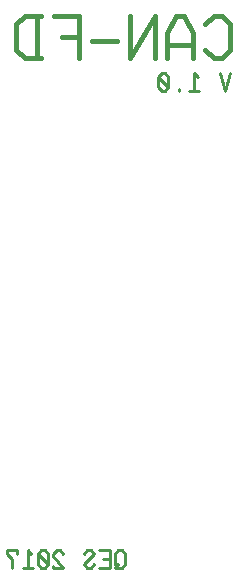
<source format=gbo>
G04 Generated by Ultiboard 14.1 *
%FSLAX24Y24*%
%MOIN*%

%ADD10C,0.0001*%
%ADD11C,0.0100*%
%ADD12C,0.0150*%


G04 ColorRGB FF14FF for the following layer *
%LNSilkscreen Bottom*%
%LPD*%
G54D10*
G54D11*
X11343Y536D02*
X11229Y421D01*
X11116Y421D01*
X11002Y536D01*
X11002Y879D01*
X11116Y993D01*
X11229Y993D01*
X11343Y879D01*
X11343Y536D01*
X11116Y536D02*
X11002Y421D01*
X10490Y421D02*
X10831Y421D01*
X10831Y707D01*
X10831Y993D01*
X10490Y993D01*
X10831Y707D02*
X10604Y707D01*
X10319Y536D02*
X10205Y421D01*
X10092Y421D01*
X9978Y536D01*
X10319Y879D01*
X10205Y993D01*
X10092Y993D01*
X9978Y879D01*
X9295Y879D02*
X9181Y993D01*
X9068Y993D01*
X8954Y879D01*
X8954Y821D01*
X9295Y421D01*
X8954Y421D01*
X8954Y479D01*
X8783Y879D02*
X8669Y993D01*
X8556Y993D01*
X8442Y879D01*
X8442Y536D01*
X8556Y421D01*
X8669Y421D01*
X8783Y536D01*
X8783Y879D01*
X8442Y879D02*
X8783Y536D01*
X8214Y879D02*
X8100Y993D01*
X8100Y421D01*
X8271Y421D02*
X7930Y421D01*
X7588Y421D02*
X7588Y707D01*
X7418Y879D01*
X7418Y993D01*
X7759Y993D01*
X7759Y879D01*
X14843Y16893D02*
X14672Y16321D01*
X14502Y16893D01*
X13762Y16779D02*
X13648Y16893D01*
X13648Y16321D01*
X13819Y16321D02*
X13478Y16321D01*
X13136Y16321D02*
X13136Y16379D01*
X12795Y16779D02*
X12681Y16893D01*
X12568Y16893D01*
X12454Y16779D01*
X12454Y16436D01*
X12568Y16321D01*
X12681Y16321D01*
X12795Y16436D01*
X12795Y16779D01*
X12454Y16779D02*
X12795Y16436D01*
G54D12*
X14020Y17685D02*
X14300Y17403D01*
X14580Y17403D01*
X14860Y17685D01*
X14860Y18528D01*
X14580Y18809D01*
X14300Y18809D01*
X14020Y18528D01*
X13600Y17403D02*
X13600Y18247D01*
X13320Y18809D01*
X13040Y18809D01*
X12760Y18247D01*
X12760Y17403D01*
X13600Y17825D02*
X12760Y17825D01*
X12340Y17403D02*
X12340Y18809D01*
X11500Y17403D01*
X11500Y18809D01*
X11080Y17966D02*
X10241Y17966D01*
X9821Y17403D02*
X9821Y18809D01*
X8981Y18809D01*
X9821Y18106D02*
X9261Y18106D01*
X8561Y17403D02*
X8001Y17403D01*
X7721Y17685D01*
X7721Y18528D01*
X8001Y18809D01*
X8561Y18809D01*
X8421Y18809D02*
X8421Y17403D01*

M02*

</source>
